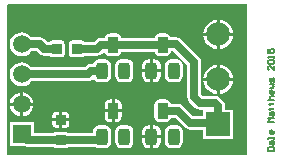
<source format=gtl>
G04 Layer_Physical_Order=1*
G04 Layer_Color=255*
%FSLAX24Y24*%
%MOIN*%
G70*
G01*
G75*
G04:AMPARAMS|DCode=10|XSize=35.4mil|YSize=55.1mil|CornerRadius=8.9mil|HoleSize=0mil|Usage=FLASHONLY|Rotation=0.000|XOffset=0mil|YOffset=0mil|HoleType=Round|Shape=RoundedRectangle|*
%AMROUNDEDRECTD10*
21,1,0.0354,0.0374,0,0,0.0*
21,1,0.0177,0.0551,0,0,0.0*
1,1,0.0177,0.0089,-0.0187*
1,1,0.0177,-0.0089,-0.0187*
1,1,0.0177,-0.0089,0.0187*
1,1,0.0177,0.0089,0.0187*
%
%ADD10ROUNDEDRECTD10*%
G04:AMPARAMS|DCode=11|XSize=39.4mil|YSize=55.1mil|CornerRadius=9.8mil|HoleSize=0mil|Usage=FLASHONLY|Rotation=0.000|XOffset=0mil|YOffset=0mil|HoleType=Round|Shape=RoundedRectangle|*
%AMROUNDEDRECTD11*
21,1,0.0394,0.0354,0,0,0.0*
21,1,0.0197,0.0551,0,0,0.0*
1,1,0.0197,0.0098,-0.0177*
1,1,0.0197,-0.0098,-0.0177*
1,1,0.0197,-0.0098,0.0177*
1,1,0.0197,0.0098,0.0177*
%
%ADD11ROUNDEDRECTD11*%
G04:AMPARAMS|DCode=12|XSize=33.5mil|YSize=35.4mil|CornerRadius=1.7mil|HoleSize=0mil|Usage=FLASHONLY|Rotation=0.000|XOffset=0mil|YOffset=0mil|HoleType=Round|Shape=RoundedRectangle|*
%AMROUNDEDRECTD12*
21,1,0.0335,0.0321,0,0,0.0*
21,1,0.0301,0.0354,0,0,0.0*
1,1,0.0033,0.0151,-0.0160*
1,1,0.0033,-0.0151,-0.0160*
1,1,0.0033,-0.0151,0.0160*
1,1,0.0033,0.0151,0.0160*
%
%ADD12ROUNDEDRECTD12*%
G04:AMPARAMS|DCode=13|XSize=33.5mil|YSize=35.4mil|CornerRadius=1.7mil|HoleSize=0mil|Usage=FLASHONLY|Rotation=90.000|XOffset=0mil|YOffset=0mil|HoleType=Round|Shape=RoundedRectangle|*
%AMROUNDEDRECTD13*
21,1,0.0335,0.0321,0,0,90.0*
21,1,0.0301,0.0354,0,0,90.0*
1,1,0.0033,0.0160,0.0151*
1,1,0.0033,0.0160,-0.0151*
1,1,0.0033,-0.0160,-0.0151*
1,1,0.0033,-0.0160,0.0151*
%
%ADD13ROUNDEDRECTD13*%
%ADD14C,0.0250*%
%ADD15C,0.0050*%
%ADD16C,0.0787*%
%ADD17R,0.0787X0.0787*%
%ADD18R,0.0591X0.0591*%
%ADD19C,0.0591*%
G36*
X18100Y15150D02*
X18100Y10135D01*
X18065Y10100D01*
X10100Y10100D01*
Y15115D01*
X10135Y15150D01*
X18100Y15150D01*
D02*
G37*
%LPC*%
G36*
X11850Y11554D02*
X11740D01*
X11694Y11545D01*
X11655Y11519D01*
X11630Y11481D01*
X11621Y11435D01*
Y11335D01*
X11850D01*
Y11554D01*
D02*
G37*
G36*
X12060D02*
X11950D01*
Y11335D01*
X12179D01*
Y11435D01*
X12170Y11481D01*
X12145Y11519D01*
X12106Y11545D01*
X12060Y11554D01*
D02*
G37*
G36*
X13600Y11533D02*
X13369D01*
Y11396D01*
X13384Y11322D01*
X13425Y11260D01*
X13488Y11218D01*
X13561Y11204D01*
X13600D01*
Y11533D01*
D02*
G37*
G36*
X13931D02*
X13700D01*
Y11204D01*
X13739D01*
X13812Y11218D01*
X13875Y11260D01*
X13916Y11322D01*
X13931Y11396D01*
Y11533D01*
D02*
G37*
G36*
X13600Y11962D02*
X13561D01*
X13488Y11948D01*
X13425Y11906D01*
X13384Y11844D01*
X13369Y11770D01*
Y11633D01*
X13600D01*
Y11962D01*
D02*
G37*
G36*
X13739D02*
X13700D01*
Y11633D01*
X13931D01*
Y11770D01*
X13916Y11844D01*
X13875Y11906D01*
X13812Y11948D01*
X13739Y11962D01*
D02*
G37*
G36*
X10550Y11750D02*
X10208D01*
X10215Y11697D01*
X10255Y11601D01*
X10318Y11518D01*
X10401Y11455D01*
X10497Y11415D01*
X10550Y11408D01*
Y11750D01*
D02*
G37*
G36*
X10992D02*
X10650D01*
Y11408D01*
X10703Y11415D01*
X10799Y11455D01*
X10882Y11518D01*
X10945Y11601D01*
X10985Y11697D01*
X10992Y11750D01*
D02*
G37*
G36*
X12179Y11235D02*
X11950D01*
Y11015D01*
X12060D01*
X12106Y11024D01*
X12145Y11050D01*
X12170Y11089D01*
X12179Y11134D01*
Y11235D01*
D02*
G37*
G36*
X14876Y10667D02*
X14625D01*
Y10540D01*
X14641Y10462D01*
X14684Y10397D01*
X14750Y10353D01*
X14828Y10337D01*
X14876D01*
Y10667D01*
D02*
G37*
G36*
X15227D02*
X14976D01*
Y10337D01*
X15024D01*
X15102Y10353D01*
X15167Y10397D01*
X15211Y10462D01*
X15227Y10540D01*
Y10667D01*
D02*
G37*
G36*
X10995Y11195D02*
X10205D01*
Y10405D01*
X10695D01*
X10697Y10403D01*
X10785Y10386D01*
X11652D01*
X11655Y10381D01*
X11694Y10355D01*
X11740Y10346D01*
X12060D01*
X12106Y10355D01*
X12145Y10381D01*
X12148Y10386D01*
X13051D01*
X13100Y10353D01*
X13178Y10337D01*
X13374D01*
X13452Y10353D01*
X13517Y10397D01*
X13561Y10462D01*
X13577Y10540D01*
Y10894D01*
X13561Y10972D01*
X13517Y11037D01*
X13452Y11081D01*
X13374Y11096D01*
X13178D01*
X13100Y11081D01*
X13034Y11037D01*
X12991Y10972D01*
X12975Y10894D01*
Y10845D01*
X12148D01*
X12145Y10850D01*
X12106Y10876D01*
X12060Y10885D01*
X11740D01*
X11694Y10876D01*
X11655Y10850D01*
X11652Y10845D01*
X10995D01*
Y11195D01*
D02*
G37*
G36*
X14122Y11096D02*
X13926D01*
X13848Y11081D01*
X13783Y11037D01*
X13739Y10972D01*
X13723Y10894D01*
Y10540D01*
X13739Y10462D01*
X13783Y10397D01*
X13848Y10353D01*
X13926Y10337D01*
X14122D01*
X14200Y10353D01*
X14266Y10397D01*
X14309Y10462D01*
X14325Y10540D01*
Y10894D01*
X14309Y10972D01*
X14266Y11037D01*
X14200Y11081D01*
X14122Y11096D01*
D02*
G37*
G36*
X15024D02*
X14976D01*
Y10767D01*
X15227D01*
Y10894D01*
X15211Y10972D01*
X15167Y11037D01*
X15102Y11081D01*
X15024Y11096D01*
D02*
G37*
G36*
X11850Y11235D02*
X11621D01*
Y11134D01*
X11630Y11089D01*
X11655Y11050D01*
X11694Y11024D01*
X11740Y11015D01*
X11850D01*
Y11235D01*
D02*
G37*
G36*
X15772Y11096D02*
X15576D01*
X15498Y11081D01*
X15433Y11037D01*
X15389Y10972D01*
X15373Y10894D01*
Y10540D01*
X15389Y10462D01*
X15433Y10397D01*
X15498Y10353D01*
X15576Y10337D01*
X15772D01*
X15850Y10353D01*
X15915Y10397D01*
X15959Y10462D01*
X15975Y10540D01*
Y10894D01*
X15959Y10972D01*
X15915Y11037D01*
X15850Y11081D01*
X15772Y11096D01*
D02*
G37*
G36*
X14876D02*
X14828D01*
X14750Y11081D01*
X14684Y11037D01*
X14641Y10972D01*
X14625Y10894D01*
Y10767D01*
X14876D01*
Y11096D01*
D02*
G37*
G36*
X10550Y12192D02*
X10497Y12185D01*
X10401Y12145D01*
X10318Y12082D01*
X10255Y11999D01*
X10215Y11903D01*
X10208Y11850D01*
X10550D01*
Y12192D01*
D02*
G37*
G36*
X13374Y13296D02*
X13178D01*
X13100Y13281D01*
X13034Y13237D01*
X12991Y13172D01*
X12986Y13146D01*
X12917D01*
X12829Y13129D01*
X12755Y13079D01*
X12705Y13029D01*
X10922D01*
X10882Y13082D01*
X10799Y13145D01*
X10703Y13185D01*
X10600Y13199D01*
X10497Y13185D01*
X10401Y13145D01*
X10318Y13082D01*
X10255Y12999D01*
X10215Y12903D01*
X10201Y12800D01*
X10215Y12697D01*
X10255Y12601D01*
X10318Y12518D01*
X10401Y12455D01*
X10497Y12415D01*
X10600Y12401D01*
X10703Y12415D01*
X10799Y12455D01*
X10882Y12518D01*
X10922Y12571D01*
X12800D01*
X12888Y12588D01*
X12962Y12638D01*
X13017Y12622D01*
X13034Y12597D01*
X13100Y12553D01*
X13178Y12537D01*
X13374D01*
X13452Y12553D01*
X13517Y12597D01*
X13561Y12662D01*
X13577Y12740D01*
Y13094D01*
X13561Y13172D01*
X13517Y13237D01*
X13452Y13281D01*
X13374Y13296D01*
D02*
G37*
G36*
X10600Y14199D02*
X10497Y14185D01*
X10401Y14145D01*
X10318Y14082D01*
X10255Y13999D01*
X10215Y13903D01*
X10201Y13800D01*
X10215Y13697D01*
X10255Y13601D01*
X10318Y13518D01*
X10401Y13455D01*
X10497Y13415D01*
X10600Y13401D01*
X10703Y13415D01*
X10799Y13455D01*
X10882Y13518D01*
X10922Y13571D01*
X11105D01*
X11188Y13488D01*
X11262Y13438D01*
X11350Y13421D01*
X11520D01*
X11531Y13405D01*
X11569Y13380D01*
X11615Y13371D01*
X11916D01*
X11961Y13380D01*
X12000Y13405D01*
X12026Y13444D01*
X12035Y13490D01*
Y13810D01*
X12026Y13856D01*
X12000Y13895D01*
X11961Y13920D01*
X11916Y13929D01*
X11615D01*
X11569Y13920D01*
X11531Y13895D01*
X11520Y13879D01*
X11445D01*
X11362Y13962D01*
X11288Y14012D01*
X11200Y14029D01*
X10922D01*
X10882Y14082D01*
X10799Y14145D01*
X10703Y14185D01*
X10600Y14199D01*
D02*
G37*
G36*
X14876Y13296D02*
X14828D01*
X14750Y13281D01*
X14684Y13237D01*
X14641Y13172D01*
X14625Y13094D01*
Y12967D01*
X14876D01*
Y13296D01*
D02*
G37*
G36*
X15024D02*
X14976D01*
Y12967D01*
X15227D01*
Y13094D01*
X15211Y13172D01*
X15167Y13237D01*
X15102Y13281D01*
X15024Y13296D01*
D02*
G37*
G36*
X17100Y14074D02*
X16659D01*
X16669Y13995D01*
X16719Y13875D01*
X16798Y13772D01*
X16901Y13692D01*
X17022Y13643D01*
X17100Y13632D01*
Y14074D01*
D02*
G37*
G36*
Y14615D02*
X17022Y14605D01*
X16901Y14555D01*
X16798Y14476D01*
X16719Y14373D01*
X16669Y14253D01*
X16659Y14174D01*
X17100D01*
Y14615D01*
D02*
G37*
G36*
X17200D02*
Y14174D01*
X17642D01*
X17631Y14253D01*
X17582Y14373D01*
X17503Y14476D01*
X17399Y14555D01*
X17279Y14605D01*
X17200Y14615D01*
D02*
G37*
G36*
X17642Y14074D02*
X17200D01*
Y13632D01*
X17279Y13643D01*
X17399Y13692D01*
X17503Y13772D01*
X17582Y13875D01*
X17631Y13995D01*
X17642Y14074D01*
D02*
G37*
G36*
X15389Y14162D02*
X15211D01*
X15138Y14148D01*
X15075Y14106D01*
X15034Y14044D01*
X15028Y14012D01*
X13922D01*
X13916Y14044D01*
X13875Y14106D01*
X13812Y14148D01*
X13739Y14162D01*
X13561D01*
X13488Y14148D01*
X13425Y14106D01*
X13384Y14044D01*
X13378Y14012D01*
X13233D01*
X13145Y13995D01*
X13071Y13945D01*
X13005Y13879D01*
X12680D01*
X12669Y13895D01*
X12631Y13920D01*
X12585Y13929D01*
X12284D01*
X12239Y13920D01*
X12200Y13895D01*
X12174Y13856D01*
X12165Y13810D01*
Y13490D01*
X12174Y13444D01*
X12200Y13405D01*
X12239Y13380D01*
X12284Y13371D01*
X12585D01*
X12631Y13380D01*
X12669Y13405D01*
X12680Y13421D01*
X13100D01*
X13188Y13438D01*
X13262Y13488D01*
X13328Y13554D01*
X13378D01*
X13384Y13522D01*
X13425Y13460D01*
X13488Y13418D01*
X13561Y13404D01*
X13739D01*
X13812Y13418D01*
X13875Y13460D01*
X13916Y13522D01*
X13922Y13554D01*
X15028D01*
X15034Y13522D01*
X15075Y13460D01*
X15138Y13418D01*
X15211Y13404D01*
X15389D01*
X15462Y13418D01*
X15525Y13460D01*
X15566Y13522D01*
X15576Y13571D01*
X15655D01*
X16121Y13105D01*
Y12050D01*
X16138Y11962D01*
X16188Y11888D01*
X16388Y11688D01*
X16462Y11638D01*
X16550Y11621D01*
X16608D01*
X16657Y11617D01*
Y11403D01*
X16321D01*
X15979Y11745D01*
X15905Y11795D01*
X15817Y11812D01*
X15572D01*
X15566Y11844D01*
X15525Y11906D01*
X15462Y11948D01*
X15389Y11962D01*
X15211D01*
X15138Y11948D01*
X15075Y11906D01*
X15034Y11844D01*
X15019Y11770D01*
Y11396D01*
X15034Y11322D01*
X15075Y11260D01*
X15138Y11218D01*
X15211Y11204D01*
X15389D01*
X15462Y11218D01*
X15525Y11260D01*
X15566Y11322D01*
X15572Y11354D01*
X15722D01*
X16064Y11011D01*
X16139Y10962D01*
X16226Y10944D01*
X16657D01*
Y10630D01*
X17644D01*
Y11617D01*
X17380D01*
Y11750D01*
X17362Y11837D01*
X17313Y11912D01*
X17212Y12012D01*
X17138Y12062D01*
X17050Y12079D01*
X16645D01*
X16579Y12145D01*
Y13200D01*
X16562Y13288D01*
X16512Y13362D01*
X15912Y13962D01*
X15838Y14012D01*
X15750Y14029D01*
X15569D01*
X15566Y14044D01*
X15525Y14106D01*
X15462Y14148D01*
X15389Y14162D01*
D02*
G37*
G36*
X17642Y12574D02*
X17200D01*
Y12132D01*
X17279Y12143D01*
X17399Y12192D01*
X17503Y12272D01*
X17582Y12375D01*
X17631Y12495D01*
X17642Y12574D01*
D02*
G37*
G36*
X14122Y13296D02*
X13926D01*
X13848Y13281D01*
X13783Y13237D01*
X13739Y13172D01*
X13723Y13094D01*
Y12740D01*
X13739Y12662D01*
X13783Y12597D01*
X13848Y12553D01*
X13926Y12537D01*
X14122D01*
X14200Y12553D01*
X14266Y12597D01*
X14309Y12662D01*
X14325Y12740D01*
Y13094D01*
X14309Y13172D01*
X14266Y13237D01*
X14200Y13281D01*
X14122Y13296D01*
D02*
G37*
G36*
X10650Y12192D02*
Y11850D01*
X10992D01*
X10985Y11903D01*
X10945Y11999D01*
X10882Y12082D01*
X10799Y12145D01*
X10703Y12185D01*
X10650Y12192D01*
D02*
G37*
G36*
X17100Y12574D02*
X16659D01*
X16669Y12495D01*
X16719Y12375D01*
X16798Y12272D01*
X16901Y12192D01*
X17022Y12143D01*
X17100Y12132D01*
Y12574D01*
D02*
G37*
G36*
X14876Y12867D02*
X14625D01*
Y12740D01*
X14641Y12662D01*
X14684Y12597D01*
X14750Y12553D01*
X14828Y12537D01*
X14876D01*
Y12867D01*
D02*
G37*
G36*
X17100Y13115D02*
X17022Y13105D01*
X16901Y13055D01*
X16798Y12976D01*
X16719Y12873D01*
X16669Y12752D01*
X16659Y12674D01*
X17100D01*
Y13115D01*
D02*
G37*
G36*
X17200D02*
Y12674D01*
X17642D01*
X17631Y12752D01*
X17582Y12873D01*
X17503Y12976D01*
X17399Y13055D01*
X17279Y13105D01*
X17200Y13115D01*
D02*
G37*
G36*
X15227Y12867D02*
X14976D01*
Y12537D01*
X15024D01*
X15102Y12553D01*
X15167Y12597D01*
X15211Y12662D01*
X15227Y12740D01*
Y12867D01*
D02*
G37*
G36*
X15772Y13296D02*
X15576D01*
X15498Y13281D01*
X15433Y13237D01*
X15389Y13172D01*
X15373Y13094D01*
Y12740D01*
X15389Y12662D01*
X15433Y12597D01*
X15498Y12553D01*
X15576Y12537D01*
X15772D01*
X15850Y12553D01*
X15915Y12597D01*
X15959Y12662D01*
X15975Y12740D01*
Y13094D01*
X15959Y13172D01*
X15915Y13237D01*
X15850Y13281D01*
X15772Y13296D01*
D02*
G37*
%LPD*%
D10*
X13650Y13783D02*
D03*
X15300Y11583D02*
D03*
Y13783D02*
D03*
X13650Y11583D02*
D03*
D11*
X14024Y12917D02*
D03*
X13276D02*
D03*
X15674Y10717D02*
D03*
X14926D02*
D03*
X15674Y12917D02*
D03*
X14926D02*
D03*
X14024Y10717D02*
D03*
X13276D02*
D03*
D12*
X11765Y13650D02*
D03*
X12435D02*
D03*
D13*
X11900Y10615D02*
D03*
Y11285D02*
D03*
D14*
X17050Y11850D02*
X17150Y11750D01*
X16550Y11850D02*
X17050D01*
X16350Y12050D02*
X16550Y11850D01*
X16226Y11174D02*
X17150D01*
Y11750D01*
Y11124D02*
Y11174D01*
X15750Y13800D02*
X16350Y13200D01*
Y12050D02*
Y13200D01*
X15317Y13800D02*
X15750D01*
X15300Y13783D02*
X15317Y13800D01*
X10600Y10800D02*
X10785Y10615D01*
X11900D01*
X13174D01*
X13276Y10717D01*
X15300Y11583D02*
X15817D01*
X16226Y11174D01*
X10600Y12800D02*
X12800D01*
X12917Y12917D01*
X13276D01*
X10600Y13800D02*
X11200D01*
X11350Y13650D01*
X11765D01*
X12435D02*
X13100D01*
X13233Y13783D01*
X13650D01*
X15300D01*
D15*
X18800Y10250D02*
X19000D01*
Y10350D01*
X18967Y10383D01*
X18833D01*
X18800Y10350D01*
Y10250D01*
X18867Y10483D02*
Y10550D01*
X18900Y10583D01*
X19000D01*
Y10483D01*
X18967Y10450D01*
X18933Y10483D01*
Y10583D01*
X19000Y10650D02*
Y10717D01*
Y10683D01*
X18800D01*
Y10650D01*
X19000Y10916D02*
Y10850D01*
X18967Y10816D01*
X18900D01*
X18867Y10850D01*
Y10916D01*
X18900Y10950D01*
X18933D01*
Y10816D01*
X19000Y11216D02*
X18800D01*
X18867Y11283D01*
X18800Y11350D01*
X19000D01*
X18867Y11450D02*
Y11516D01*
X18900Y11550D01*
X19000D01*
Y11450D01*
X18967Y11416D01*
X18933Y11450D01*
Y11550D01*
X18833Y11650D02*
X18867D01*
Y11616D01*
Y11683D01*
Y11650D01*
X18967D01*
X19000Y11683D01*
X18833Y11816D02*
X18867D01*
Y11783D01*
Y11849D01*
Y11816D01*
X18967D01*
X19000Y11849D01*
X18800Y11949D02*
X19000D01*
X18900D01*
X18867Y11983D01*
Y12049D01*
X18900Y12083D01*
X19000D01*
Y12249D02*
Y12183D01*
X18967Y12149D01*
X18900D01*
X18867Y12183D01*
Y12249D01*
X18900Y12283D01*
X18933D01*
Y12149D01*
X18867Y12349D02*
X18967D01*
X19000Y12383D01*
X18967Y12416D01*
X19000Y12449D01*
X18967Y12483D01*
X18867D01*
X19000Y12549D02*
Y12649D01*
X18967Y12683D01*
X18933Y12649D01*
Y12583D01*
X18900Y12549D01*
X18867Y12583D01*
Y12683D01*
X19000Y13082D02*
Y12949D01*
X18867Y13082D01*
X18833D01*
X18800Y13049D01*
Y12982D01*
X18833Y12949D01*
Y13149D02*
X18800Y13182D01*
Y13249D01*
X18833Y13282D01*
X18967D01*
X19000Y13249D01*
Y13182D01*
X18967Y13149D01*
X18833D01*
X19000Y13349D02*
Y13416D01*
Y13382D01*
X18800D01*
X18833Y13349D01*
X18800Y13649D02*
Y13516D01*
X18900D01*
X18867Y13582D01*
Y13616D01*
X18900Y13649D01*
X18967D01*
X19000Y13616D01*
Y13549D01*
X18967Y13516D01*
D16*
X17150Y12624D02*
D03*
Y14124D02*
D03*
D17*
Y11124D02*
D03*
D18*
X10600Y10800D02*
D03*
D19*
Y11800D02*
D03*
Y12800D02*
D03*
Y13800D02*
D03*
M02*

</source>
